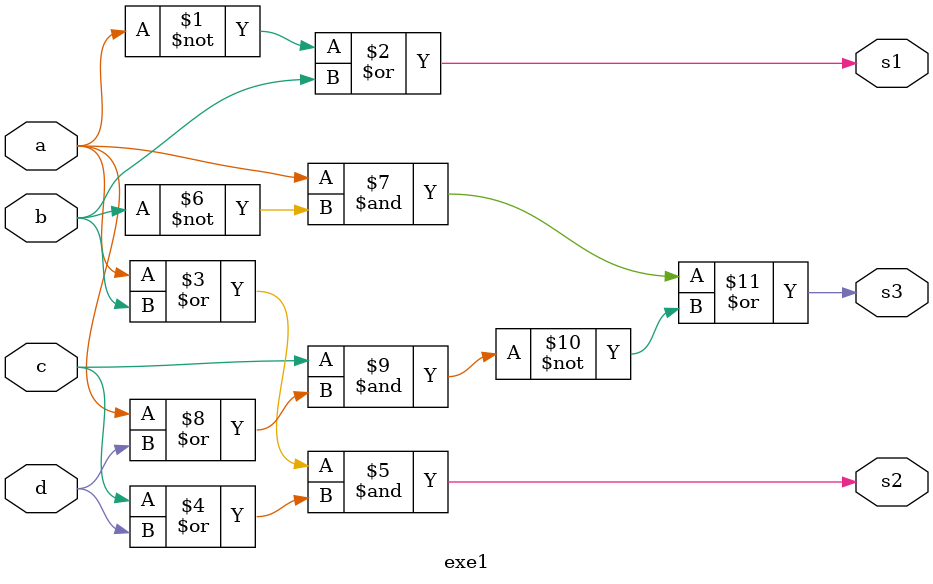
<source format=sv>
/*
Crie um módulo que implementa as seguintes expressões:
	s1 = ~a | b
	s2 = (a | b) & (c | d)
	s3 = a & ~b | ~(c & (a | d))
Onde a, b, c, d são entradas e s1, s2 e s3 são saídas. Implemente o testbench para testar o módulo criado e simule usando o Modelsim.
*/

module exe1 (
    input logic a,
    input logic b,
    input logic c,
    input logic d,

    output logic s1,
    output logic s2,
    output logic s3
);

    assign s1 = ~a | b;
    assign s2 = (a | b) & (c | d);
    assign s3 = a & ~b | ~(c & (a | d));

endmodule

</source>
